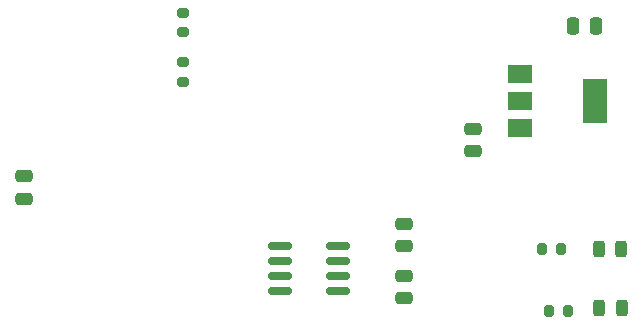
<source format=gbr>
%TF.GenerationSoftware,KiCad,Pcbnew,(6.0.7)*%
%TF.CreationDate,2023-02-21T13:12:55+03:00*%
%TF.ProjectId,Omarichet EPS Stack,4f6d6172-6963-4686-9574-204550532053,rev?*%
%TF.SameCoordinates,Original*%
%TF.FileFunction,Paste,Top*%
%TF.FilePolarity,Positive*%
%FSLAX46Y46*%
G04 Gerber Fmt 4.6, Leading zero omitted, Abs format (unit mm)*
G04 Created by KiCad (PCBNEW (6.0.7)) date 2023-02-21 13:12:55*
%MOMM*%
%LPD*%
G01*
G04 APERTURE LIST*
G04 Aperture macros list*
%AMRoundRect*
0 Rectangle with rounded corners*
0 $1 Rounding radius*
0 $2 $3 $4 $5 $6 $7 $8 $9 X,Y pos of 4 corners*
0 Add a 4 corners polygon primitive as box body*
4,1,4,$2,$3,$4,$5,$6,$7,$8,$9,$2,$3,0*
0 Add four circle primitives for the rounded corners*
1,1,$1+$1,$2,$3*
1,1,$1+$1,$4,$5*
1,1,$1+$1,$6,$7*
1,1,$1+$1,$8,$9*
0 Add four rect primitives between the rounded corners*
20,1,$1+$1,$2,$3,$4,$5,0*
20,1,$1+$1,$4,$5,$6,$7,0*
20,1,$1+$1,$6,$7,$8,$9,0*
20,1,$1+$1,$8,$9,$2,$3,0*%
G04 Aperture macros list end*
%ADD10RoundRect,0.250000X-0.475000X0.250000X-0.475000X-0.250000X0.475000X-0.250000X0.475000X0.250000X0*%
%ADD11R,2.000000X1.500000*%
%ADD12R,2.000000X3.800000*%
%ADD13RoundRect,0.243750X0.243750X0.456250X-0.243750X0.456250X-0.243750X-0.456250X0.243750X-0.456250X0*%
%ADD14RoundRect,0.150000X-0.825000X-0.150000X0.825000X-0.150000X0.825000X0.150000X-0.825000X0.150000X0*%
%ADD15RoundRect,0.250000X0.250000X0.475000X-0.250000X0.475000X-0.250000X-0.475000X0.250000X-0.475000X0*%
%ADD16RoundRect,0.200000X-0.275000X0.200000X-0.275000X-0.200000X0.275000X-0.200000X0.275000X0.200000X0*%
%ADD17RoundRect,0.200000X-0.200000X-0.275000X0.200000X-0.275000X0.200000X0.275000X-0.200000X0.275000X0*%
G04 APERTURE END LIST*
D10*
%TO.C,C3*%
X138480000Y-100790000D03*
X138480000Y-102690000D03*
%TD*%
D11*
%TO.C,U1*%
X148350000Y-83700000D03*
D12*
X154650000Y-86000000D03*
D11*
X148350000Y-86000000D03*
X148350000Y-88300000D03*
%TD*%
D13*
%TO.C,D1*%
X156875000Y-98500000D03*
X155000000Y-98500000D03*
%TD*%
D10*
%TO.C,C5*%
X144330000Y-88330000D03*
X144330000Y-90230000D03*
%TD*%
%TO.C,C1*%
X106330000Y-92360000D03*
X106330000Y-94260000D03*
%TD*%
D14*
%TO.C,U2*%
X128005000Y-98275000D03*
X128005000Y-99545000D03*
X128005000Y-100815000D03*
X128005000Y-102085000D03*
X132955000Y-102085000D03*
X132955000Y-100815000D03*
X132955000Y-99545000D03*
X132955000Y-98275000D03*
%TD*%
D15*
%TO.C,C4*%
X154740000Y-79610000D03*
X152840000Y-79610000D03*
%TD*%
D13*
%TO.C,D2*%
X156937500Y-103500000D03*
X155062500Y-103500000D03*
%TD*%
D16*
%TO.C,R1*%
X119790000Y-78490000D03*
X119790000Y-80140000D03*
%TD*%
D17*
%TO.C,R3*%
X150770000Y-103720000D03*
X152420000Y-103720000D03*
%TD*%
%TO.C,R4*%
X150175000Y-98500000D03*
X151825000Y-98500000D03*
%TD*%
D16*
%TO.C,R2*%
X119770000Y-82675000D03*
X119770000Y-84325000D03*
%TD*%
D10*
%TO.C,C2*%
X138480000Y-96350000D03*
X138480000Y-98250000D03*
%TD*%
M02*

</source>
